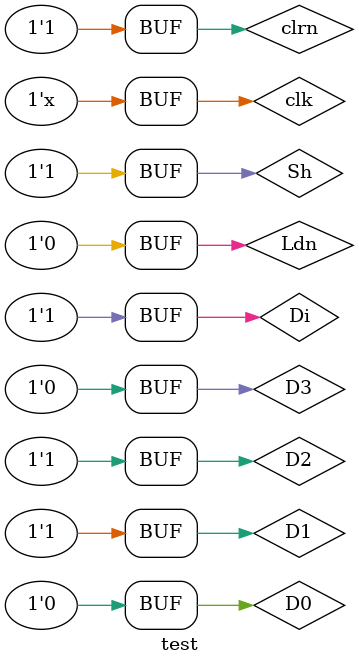
<source format=v>
`timescale 1ns/10ps
module test;
    reg clrn, clk, Ldn, Sh, Di, D3, D2, D1, D0;
    wire Q3, Q2, Q1, Q0;

    // Instantiate the VHDL shift_register design
    s1111442_lab08 DUT (
        .clrn(clrn), .clk(clk), .Ldn(Ldn), .Sh(Sh), .Di(Di),
        .D3(D3), .D2(D2), .D1(D1), .D0(D0),
        .Q3(Q3), .Q2(Q2), .Q1(Q1), .Q0(Q0)
    );

	always #50 clk = ~clk;
    initial begin
        // Initialize inputs
        clrn = 1;
        clk = 0;
        Ldn = 1;
        Sh = 0;
        Di = 1;
        D3 = 0;
        D2 = 1;
        D1 = 1;
        D0 = 0;

		#100 
		Ldn = ~Ldn;
		Sh = ~Sh;
		#500
		clrn = 0;
		#100
		clrn = 1;
    end
endmodule
</source>
